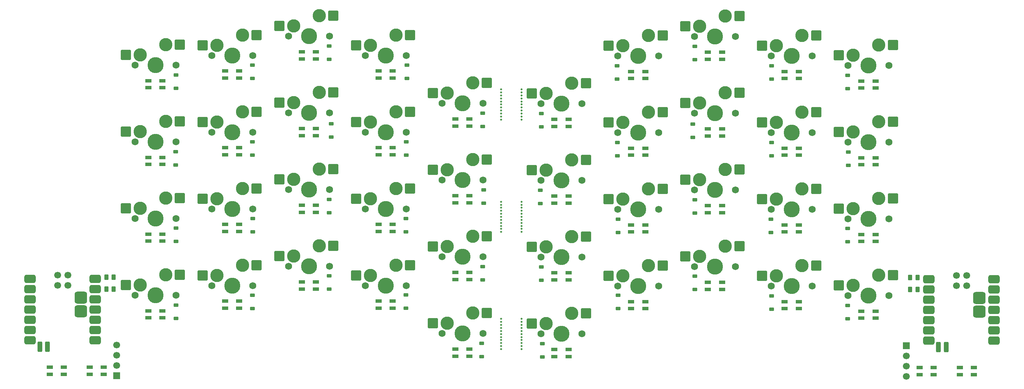
<source format=gbr>
%TF.GenerationSoftware,KiCad,Pcbnew,9.0.6*%
%TF.CreationDate,2025-12-27T17:50:34+00:00*%
%TF.ProjectId,Split Keyboard,53706c69-7420-44b6-9579-626f6172642e,rev?*%
%TF.SameCoordinates,Original*%
%TF.FileFunction,Soldermask,Bot*%
%TF.FilePolarity,Negative*%
%FSLAX46Y46*%
G04 Gerber Fmt 4.6, Leading zero omitted, Abs format (unit mm)*
G04 Created by KiCad (PCBNEW 9.0.6) date 2025-12-27 17:50:34*
%MOMM*%
%LPD*%
G01*
G04 APERTURE LIST*
G04 Aperture macros list*
%AMRoundRect*
0 Rectangle with rounded corners*
0 $1 Rounding radius*
0 $2 $3 $4 $5 $6 $7 $8 $9 X,Y pos of 4 corners*
0 Add a 4 corners polygon primitive as box body*
4,1,4,$2,$3,$4,$5,$6,$7,$8,$9,$2,$3,0*
0 Add four circle primitives for the rounded corners*
1,1,$1+$1,$2,$3*
1,1,$1+$1,$4,$5*
1,1,$1+$1,$6,$7*
1,1,$1+$1,$8,$9*
0 Add four rect primitives between the rounded corners*
20,1,$1+$1,$2,$3,$4,$5,0*
20,1,$1+$1,$4,$5,$6,$7,0*
20,1,$1+$1,$6,$7,$8,$9,0*
20,1,$1+$1,$8,$9,$2,$3,0*%
G04 Aperture macros list end*
%ADD10R,1.600000X0.850000*%
%ADD11R,1.700000X1.700000*%
%ADD12C,1.700000*%
%ADD13C,0.500000*%
%ADD14RoundRect,0.225000X0.375000X-0.225000X0.375000X0.225000X-0.375000X0.225000X-0.375000X-0.225000X0*%
%ADD15C,1.750000*%
%ADD16C,3.987800*%
%ADD17C,3.300000*%
%ADD18RoundRect,0.250000X1.025000X1.000000X-1.025000X1.000000X-1.025000X-1.000000X1.025000X-1.000000X0*%
%ADD19RoundRect,0.250000X0.262500X0.450000X-0.262500X0.450000X-0.262500X-0.450000X0.262500X-0.450000X0*%
%ADD20RoundRect,0.525400X0.900400X0.525400X-0.900400X0.525400X-0.900400X-0.525400X0.900400X-0.525400X0*%
%ADD21RoundRect,0.775400X-0.775400X-0.775400X0.775400X-0.775400X0.775400X0.775400X-0.775400X0.775400X0*%
%ADD22RoundRect,0.300400X-0.300400X1.000400X-0.300400X-1.000400X0.300400X-1.000400X0.300400X1.000400X0*%
G04 APERTURE END LIST*
D10*
%TO.C,D62*%
X253250000Y-121320800D03*
X253250000Y-123070800D03*
X256750000Y-123070800D03*
X256750000Y-121320800D03*
%TD*%
D11*
%TO.C,J2*%
X54000000Y-123370000D03*
D12*
X54000000Y-120830000D03*
X54000000Y-118290000D03*
X54000000Y-115750000D03*
%TD*%
D13*
%TO.C,BO2*%
X149425700Y-87626500D03*
X154425700Y-87626500D03*
X149425700Y-86876500D03*
X154425700Y-86876500D03*
X149425700Y-86126500D03*
X154425700Y-86126500D03*
X149425700Y-85376500D03*
X154425700Y-85376500D03*
X149425700Y-84626500D03*
X154425700Y-84626500D03*
X149425700Y-83876500D03*
X154425700Y-83876500D03*
X149425700Y-83126500D03*
X154425700Y-83126500D03*
X149425700Y-82376500D03*
X154425700Y-82376500D03*
X149425700Y-81626500D03*
X154425700Y-81626500D03*
X149425700Y-80876500D03*
X154425700Y-80876500D03*
X149425700Y-80126500D03*
X154425700Y-80126500D03*
%TD*%
%TO.C,BO3*%
X149425700Y-116726500D03*
X154425700Y-116726500D03*
X149425700Y-115976500D03*
X154425700Y-115976500D03*
X149425700Y-115226500D03*
X154425700Y-115226500D03*
X149425700Y-114476500D03*
X154425700Y-114476500D03*
X149425700Y-113726500D03*
X154425700Y-113726500D03*
X149425700Y-112976500D03*
X154425700Y-112976500D03*
X149425700Y-112226500D03*
X154425700Y-112226500D03*
X149425700Y-111476500D03*
X154425700Y-111476500D03*
X149425700Y-110726500D03*
X154425700Y-110726500D03*
X149425700Y-109976500D03*
X154425700Y-109976500D03*
X149425700Y-109226500D03*
X154425700Y-109226500D03*
%TD*%
%TO.C,BO1*%
X149425700Y-59726500D03*
X154425700Y-59726500D03*
X149425700Y-58976500D03*
X154425700Y-58976500D03*
X149425700Y-58226500D03*
X154425700Y-58226500D03*
X149425700Y-57476500D03*
X154425700Y-57476500D03*
X149425700Y-56726500D03*
X154425700Y-56726500D03*
X149425700Y-55976500D03*
X154425700Y-55976500D03*
X149425700Y-55226500D03*
X154425700Y-55226500D03*
X149425700Y-54476500D03*
X154425700Y-54476500D03*
X149425700Y-53726500D03*
X154425700Y-53726500D03*
X149425700Y-52976500D03*
X154425700Y-52976500D03*
X149425700Y-52226500D03*
X154425700Y-52226500D03*
%TD*%
D11*
%TO.C,J1*%
X250000000Y-115859800D03*
D12*
X250000000Y-118399800D03*
X250000000Y-120939800D03*
X250000000Y-123479800D03*
%TD*%
D14*
%TO.C,D28*%
X197452000Y-101888800D03*
X197452000Y-98588800D03*
%TD*%
D15*
%TO.C,SW26*%
X245648500Y-103413800D03*
D16*
X240568500Y-103413800D03*
D15*
X235488500Y-103413800D03*
D17*
X236758500Y-100873800D03*
D18*
X233208500Y-100873800D03*
X246658500Y-98333800D03*
D17*
X243108500Y-98333800D03*
%TD*%
D14*
%TO.C,D2*%
X68726400Y-51913250D03*
X68726400Y-48613250D03*
%TD*%
D15*
%TO.C,SW30*%
X169448500Y-112938800D03*
D16*
X164368500Y-112938800D03*
D15*
X159288500Y-112938800D03*
D17*
X160558500Y-110398800D03*
D18*
X157008500Y-110398800D03*
X170458500Y-107858800D03*
D17*
X166908500Y-107858800D03*
%TD*%
D10*
%TO.C,D53*%
X223268500Y-85870000D03*
X223268500Y-87620000D03*
X219768500Y-87620000D03*
X219768500Y-85870000D03*
%TD*%
%TO.C,D59*%
X204218500Y-100157500D03*
X204218500Y-101907500D03*
X200718500Y-101907500D03*
X200718500Y-100157500D03*
%TD*%
%TO.C,D65*%
X103432900Y-42911250D03*
X103432900Y-44661250D03*
X99932900Y-44661250D03*
X99932900Y-42911250D03*
%TD*%
%TO.C,D54*%
X204218500Y-81107500D03*
X204218500Y-82857500D03*
X200718500Y-82857500D03*
X200718500Y-81107500D03*
%TD*%
%TO.C,D79*%
X65332900Y-107205000D03*
X65332900Y-108955000D03*
X61832900Y-108955000D03*
X61832900Y-107205000D03*
%TD*%
%TO.C,D52*%
X242318500Y-88251300D03*
X242318500Y-90001300D03*
X238818500Y-90001300D03*
X238818500Y-88251300D03*
%TD*%
D19*
%TO.C,806K1*%
X252744000Y-101918800D03*
X250919000Y-101918800D03*
%TD*%
D15*
%TO.C,SW16*%
X68662900Y-65217500D03*
D16*
X63582900Y-65217500D03*
D15*
X58502900Y-65217500D03*
D17*
X59772900Y-62677500D03*
D18*
X56222900Y-62677500D03*
X69672900Y-60137500D03*
D17*
X66122900Y-60137500D03*
%TD*%
D15*
%TO.C,SW12*%
X226598500Y-62932500D03*
D16*
X221518500Y-62932500D03*
D15*
X216438500Y-62932500D03*
D17*
X217708500Y-60392500D03*
D18*
X214158500Y-60392500D03*
X227608500Y-57852500D03*
D17*
X224058500Y-57852500D03*
%TD*%
D19*
%TO.C,2M2*%
X53232400Y-98872500D03*
X51407400Y-98872500D03*
%TD*%
D14*
%TO.C,D10*%
X144799400Y-61438250D03*
X144799400Y-58138250D03*
%TD*%
%TO.C,D26*%
X235425000Y-109159500D03*
X235425000Y-105859500D03*
%TD*%
D15*
%TO.C,SW17*%
X87712900Y-62836250D03*
D16*
X82632900Y-62836250D03*
D15*
X77552900Y-62836250D03*
D17*
X78822900Y-60296250D03*
D18*
X75272900Y-60296250D03*
X88722900Y-57756250D03*
D17*
X85172900Y-57756250D03*
%TD*%
D14*
%TO.C,D15*%
X159098000Y-80584500D03*
X159098000Y-77284500D03*
%TD*%
D15*
%TO.C,SW3*%
X226598500Y-43882500D03*
D16*
X221518500Y-43882500D03*
D15*
X216438500Y-43882500D03*
D17*
X217708500Y-41342500D03*
D18*
X214158500Y-41342500D03*
X227608500Y-38802500D03*
D17*
X224058500Y-38802500D03*
%TD*%
D10*
%TO.C,D58*%
X223268500Y-104920000D03*
X223268500Y-106670000D03*
X219768500Y-106670000D03*
X219768500Y-104920000D03*
%TD*%
%TO.C,D81*%
X103432900Y-100061250D03*
X103432900Y-101811250D03*
X99932900Y-101811250D03*
X99932900Y-100061250D03*
%TD*%
D14*
%TO.C,D8*%
X126003400Y-49532000D03*
X126003400Y-46232000D03*
%TD*%
D15*
%TO.C,SW31*%
X68662900Y-84267500D03*
D16*
X63582900Y-84267500D03*
D15*
X58502900Y-84267500D03*
D17*
X59772900Y-81727500D03*
D18*
X56222900Y-81727500D03*
X69672900Y-79187500D03*
D17*
X66122900Y-79187500D03*
%TD*%
D10*
%TO.C,D74*%
X65332900Y-88155000D03*
X65332900Y-89905000D03*
X61832900Y-89905000D03*
X61832900Y-88155000D03*
%TD*%
D14*
%TO.C,D13*%
X196944000Y-64169800D03*
X196944000Y-60869800D03*
%TD*%
D10*
%TO.C,D78*%
X141532900Y-97680000D03*
X141532900Y-99430000D03*
X138032900Y-99430000D03*
X138032900Y-97680000D03*
%TD*%
D15*
%TO.C,SW33*%
X106762900Y-77123750D03*
D16*
X101682900Y-77123750D03*
D15*
X96602900Y-77123750D03*
D17*
X97872900Y-74583750D03*
D18*
X94322900Y-74583750D03*
X107772900Y-72043750D03*
D17*
X104222900Y-72043750D03*
%TD*%
D15*
%TO.C,SW11*%
X245648500Y-65313800D03*
D16*
X240568500Y-65313800D03*
D15*
X235488500Y-65313800D03*
D17*
X236758500Y-62773800D03*
D18*
X233208500Y-62773800D03*
X246658500Y-60233800D03*
D17*
X243108500Y-60233800D03*
%TD*%
D14*
%TO.C,D39*%
X125749400Y-106555000D03*
X125749400Y-103255000D03*
%TD*%
D15*
%TO.C,SW36*%
X68662900Y-103317500D03*
D16*
X63582900Y-103317500D03*
D15*
X58502900Y-103317500D03*
D17*
X59772900Y-100777500D03*
D18*
X56222900Y-100777500D03*
X69672900Y-98237500D03*
D17*
X66122900Y-98237500D03*
%TD*%
D15*
%TO.C,SW4*%
X87712900Y-43786250D03*
D16*
X82632900Y-43786250D03*
D15*
X77552900Y-43786250D03*
D17*
X78822900Y-41246250D03*
D18*
X75272900Y-41246250D03*
X88722900Y-38706250D03*
D17*
X85172900Y-38706250D03*
%TD*%
D10*
%TO.C,D80*%
X84382900Y-104823750D03*
X84382900Y-106573750D03*
X80882900Y-106573750D03*
X80882900Y-104823750D03*
%TD*%
%TO.C,D73*%
X141532900Y-78630000D03*
X141532900Y-80380000D03*
X138032900Y-80380000D03*
X138032900Y-78630000D03*
%TD*%
%TO.C,D44*%
X185168500Y-47770000D03*
X185168500Y-49520000D03*
X181668500Y-49520000D03*
X181668500Y-47770000D03*
%TD*%
D14*
%TO.C,D34*%
X125749400Y-87632000D03*
X125749400Y-84332000D03*
%TD*%
%TO.C,D23*%
X197452000Y-82964800D03*
X197452000Y-79664800D03*
%TD*%
%TO.C,D31*%
X68726400Y-89948750D03*
X68726400Y-86648750D03*
%TD*%
D15*
%TO.C,SW22*%
X226598500Y-81982500D03*
D16*
X221518500Y-81982500D03*
D15*
X216438500Y-81982500D03*
D17*
X217708500Y-79442500D03*
D18*
X214158500Y-79442500D03*
X227608500Y-76902500D03*
D17*
X224058500Y-76902500D03*
%TD*%
D14*
%TO.C,D3*%
X216502000Y-49628300D03*
X216502000Y-46328300D03*
%TD*%
%TO.C,D36*%
X68726400Y-109063250D03*
X68726400Y-105763250D03*
%TD*%
D15*
%TO.C,SW40*%
X144862900Y-112842500D03*
D16*
X139782900Y-112842500D03*
D15*
X134702900Y-112842500D03*
D17*
X135972900Y-110302500D03*
D18*
X132422900Y-110302500D03*
X145872900Y-107762500D03*
D17*
X142322900Y-107762500D03*
%TD*%
D14*
%TO.C,D19*%
X125876400Y-68582000D03*
X125876400Y-65282000D03*
%TD*%
D15*
%TO.C,SW25*%
X169448500Y-93888800D03*
D16*
X164368500Y-93888800D03*
D15*
X159288500Y-93888800D03*
D17*
X160558500Y-91348800D03*
D18*
X157008500Y-91348800D03*
X170458500Y-88808800D03*
D17*
X166908500Y-88808800D03*
%TD*%
D15*
%TO.C,SW1*%
X245648500Y-46263800D03*
D16*
X240568500Y-46263800D03*
D15*
X235488500Y-46263800D03*
D17*
X236758500Y-43723800D03*
D18*
X233208500Y-43723800D03*
X246658500Y-41183800D03*
D17*
X243108500Y-41183800D03*
%TD*%
D10*
%TO.C,D56*%
X166118500Y-97776300D03*
X166118500Y-99526300D03*
X162618500Y-99526300D03*
X162618500Y-97776300D03*
%TD*%
D14*
%TO.C,D25*%
X159352000Y-99634500D03*
X159352000Y-96334500D03*
%TD*%
D15*
%TO.C,SW27*%
X226598500Y-101032500D03*
D16*
X221518500Y-101032500D03*
D15*
X216438500Y-101032500D03*
D17*
X217708500Y-98492500D03*
D18*
X214158500Y-98492500D03*
X227608500Y-95952500D03*
D17*
X224058500Y-95952500D03*
%TD*%
D10*
%TO.C,D75*%
X84382900Y-85773750D03*
X84382900Y-87523750D03*
X80882900Y-87523750D03*
X80882900Y-85773750D03*
%TD*%
D14*
%TO.C,D17*%
X87649400Y-68582000D03*
X87649400Y-65282000D03*
%TD*%
D15*
%TO.C,SW38*%
X106762900Y-96173750D03*
D16*
X101682900Y-96173750D03*
D15*
X96602900Y-96173750D03*
D17*
X97872900Y-93633750D03*
D18*
X94322900Y-93633750D03*
X107772900Y-91093750D03*
D17*
X104222900Y-91093750D03*
%TD*%
D10*
%TO.C,D60*%
X185168500Y-104920000D03*
X185168500Y-106670000D03*
X181668500Y-106670000D03*
X181668500Y-104920000D03*
%TD*%
D15*
%TO.C,SW5*%
X207548500Y-39120000D03*
D16*
X202468500Y-39120000D03*
D15*
X197388500Y-39120000D03*
D17*
X198658500Y-36580000D03*
D18*
X195108500Y-36580000D03*
X208558500Y-34040000D03*
D17*
X205008500Y-34040000D03*
%TD*%
D20*
%TO.C,U1*%
X271716500Y-99375200D03*
X271716500Y-101915200D03*
X271716500Y-104455200D03*
X271716500Y-106995200D03*
X271716500Y-109535200D03*
X271716500Y-112075200D03*
X271716500Y-114615200D03*
X255551500Y-114615200D03*
X255551500Y-112075200D03*
X255551500Y-109535200D03*
X255551500Y-106995200D03*
X255551500Y-104455200D03*
X255551500Y-101915200D03*
X255551500Y-99375200D03*
D21*
X268106500Y-107395200D03*
X268106500Y-103995200D03*
D22*
X259851500Y-116232100D03*
X257946500Y-116232100D03*
D12*
X264931500Y-98426700D03*
X262391500Y-98426700D03*
X264931500Y-100966700D03*
X262391500Y-100966700D03*
%TD*%
D14*
%TO.C,D14*%
X178275000Y-68678300D03*
X178275000Y-65378300D03*
%TD*%
D10*
%TO.C,D57*%
X242318500Y-107301300D03*
X242318500Y-109051300D03*
X238818500Y-109051300D03*
X238818500Y-107301300D03*
%TD*%
D15*
%TO.C,SW21*%
X245648500Y-84363800D03*
D16*
X240568500Y-84363800D03*
D15*
X235488500Y-84363800D03*
D17*
X236758500Y-81823800D03*
D18*
X233208500Y-81823800D03*
X246658500Y-79283800D03*
D17*
X243108500Y-79283800D03*
%TD*%
D10*
%TO.C,D42*%
X223268500Y-47770000D03*
X223268500Y-49520000D03*
X219768500Y-49520000D03*
X219768500Y-47770000D03*
%TD*%
D15*
%TO.C,SW34*%
X125812900Y-81886250D03*
D16*
X120732900Y-81886250D03*
D15*
X115652900Y-81886250D03*
D17*
X116922900Y-79346250D03*
D18*
X113372900Y-79346250D03*
X126822900Y-76806250D03*
D17*
X123272900Y-76806250D03*
%TD*%
D10*
%TO.C,D70*%
X84382900Y-66723750D03*
X84382900Y-68473750D03*
X80882900Y-68473750D03*
X80882900Y-66723750D03*
%TD*%
D15*
%TO.C,SW13*%
X207548500Y-58170000D03*
D16*
X202468500Y-58170000D03*
D15*
X197388500Y-58170000D03*
D17*
X198658500Y-55630000D03*
D18*
X195108500Y-55630000D03*
X208558500Y-53090000D03*
D17*
X205008500Y-53090000D03*
%TD*%
D10*
%TO.C,D77*%
X122482900Y-85773750D03*
X122482900Y-87523750D03*
X118982900Y-87523750D03*
X118982900Y-85773750D03*
%TD*%
%TO.C,D46*%
X166118500Y-59676300D03*
X166118500Y-61426300D03*
X162618500Y-61426300D03*
X162618500Y-59676300D03*
%TD*%
D14*
%TO.C,D1*%
X235425000Y-52009500D03*
X235425000Y-48709500D03*
%TD*%
D19*
%TO.C,806K2*%
X53232400Y-101822500D03*
X51407400Y-101822500D03*
%TD*%
D14*
%TO.C,D6*%
X106699400Y-44769500D03*
X106699400Y-41469500D03*
%TD*%
D10*
%TO.C,D69*%
X65332900Y-69105000D03*
X65332900Y-70855000D03*
X61832900Y-70855000D03*
X61832900Y-69105000D03*
%TD*%
D15*
%TO.C,SW20*%
X144862900Y-74742500D03*
D16*
X139782900Y-74742500D03*
D15*
X134702900Y-74742500D03*
D17*
X135972900Y-72202500D03*
D18*
X132422900Y-72202500D03*
X145872900Y-69662500D03*
D17*
X142322900Y-69662500D03*
%TD*%
D15*
%TO.C,SW35*%
X144862900Y-93792500D03*
D16*
X139782900Y-93792500D03*
D15*
X134702900Y-93792500D03*
D17*
X135972900Y-91252500D03*
D18*
X132422900Y-91252500D03*
X145872900Y-88712500D03*
D17*
X142322900Y-88712500D03*
%TD*%
D10*
%TO.C,D83*%
X141532900Y-116730000D03*
X141532900Y-118480000D03*
X138032900Y-118480000D03*
X138032900Y-116730000D03*
%TD*%
%TO.C,D82*%
X122482900Y-104823750D03*
X122482900Y-106573750D03*
X118982900Y-106573750D03*
X118982900Y-104823750D03*
%TD*%
D15*
%TO.C,SW6*%
X106762900Y-39023750D03*
D16*
X101682900Y-39023750D03*
D15*
X96602900Y-39023750D03*
D17*
X97872900Y-36483750D03*
D18*
X94322900Y-36483750D03*
X107772900Y-33943750D03*
D17*
X104222900Y-33943750D03*
%TD*%
D14*
%TO.C,D7*%
X178148000Y-49628300D03*
X178148000Y-46328300D03*
%TD*%
%TO.C,D27*%
X216502000Y-106778300D03*
X216502000Y-103478300D03*
%TD*%
D10*
%TO.C,D63*%
X65332900Y-50055000D03*
X65332900Y-51805000D03*
X61832900Y-51805000D03*
X61832900Y-50055000D03*
%TD*%
D14*
%TO.C,D33*%
X106699400Y-82868500D03*
X106699400Y-79568500D03*
%TD*%
%TO.C,D37*%
X87649400Y-106682000D03*
X87649400Y-103382000D03*
%TD*%
%TO.C,D12*%
X216502000Y-68678300D03*
X216502000Y-65378300D03*
%TD*%
D10*
%TO.C,D41*%
X242318500Y-50151300D03*
X242318500Y-51901300D03*
X238818500Y-51901300D03*
X238818500Y-50151300D03*
%TD*%
D14*
%TO.C,D16*%
X68599400Y-70963250D03*
X68599400Y-67663250D03*
%TD*%
%TO.C,D24*%
X178402000Y-87728300D03*
X178402000Y-84428300D03*
%TD*%
D10*
%TO.C,D50*%
X185168500Y-66820000D03*
X185168500Y-68570000D03*
X181668500Y-68570000D03*
X181668500Y-66820000D03*
%TD*%
%TO.C,D43*%
X204218500Y-43007500D03*
X204218500Y-44757500D03*
X200718500Y-44757500D03*
X200718500Y-43007500D03*
%TD*%
%TO.C,D55*%
X185168500Y-85870000D03*
X185168500Y-87620000D03*
X181668500Y-87620000D03*
X181668500Y-85870000D03*
%TD*%
D15*
%TO.C,SW32*%
X87712900Y-81886250D03*
D16*
X82632900Y-81886250D03*
D15*
X77552900Y-81886250D03*
D17*
X78822900Y-79346250D03*
D18*
X75272900Y-79346250D03*
X88722900Y-76806250D03*
D17*
X85172900Y-76806250D03*
%TD*%
D15*
%TO.C,SW7*%
X188498500Y-43882500D03*
D16*
X183418500Y-43882500D03*
D15*
X178338500Y-43882500D03*
D17*
X179608500Y-41342500D03*
D18*
X176058500Y-41342500D03*
X189508500Y-38802500D03*
D17*
X185958500Y-38802500D03*
%TD*%
D15*
%TO.C,SW37*%
X87712900Y-100936250D03*
D16*
X82632900Y-100936250D03*
D15*
X77552900Y-100936250D03*
D17*
X78822900Y-98396250D03*
D18*
X75272900Y-98396250D03*
X88722900Y-95856250D03*
D17*
X85172900Y-95856250D03*
%TD*%
D14*
%TO.C,D11*%
X235552000Y-71059500D03*
X235552000Y-67759500D03*
%TD*%
D10*
%TO.C,D61*%
X166118500Y-116826300D03*
X166118500Y-118576300D03*
X162618500Y-118576300D03*
X162618500Y-116826300D03*
%TD*%
%TO.C,D72*%
X122482900Y-66723750D03*
X122482900Y-68473750D03*
X118982900Y-68473750D03*
X118982900Y-66723750D03*
%TD*%
%TO.C,D64*%
X84382900Y-47673750D03*
X84382900Y-49423750D03*
X80882900Y-49423750D03*
X80882900Y-47673750D03*
%TD*%
D14*
%TO.C,D35*%
X144799400Y-99538250D03*
X144799400Y-96238250D03*
%TD*%
%TO.C,D29*%
X178402000Y-106651300D03*
X178402000Y-103351300D03*
%TD*%
D10*
%TO.C,D51*%
X166118500Y-78726300D03*
X166118500Y-80476300D03*
X162618500Y-80476300D03*
X162618500Y-78726300D03*
%TD*%
%TO.C,D47*%
X242318500Y-69201300D03*
X242318500Y-70951300D03*
X238818500Y-70951300D03*
X238818500Y-69201300D03*
%TD*%
D19*
%TO.C,2M1*%
X252744000Y-98968800D03*
X250919000Y-98968800D03*
%TD*%
D10*
%TO.C,D68*%
X141532900Y-59580000D03*
X141532900Y-61330000D03*
X138032900Y-61330000D03*
X138032900Y-59580000D03*
%TD*%
D15*
%TO.C,SW8*%
X125812900Y-43786250D03*
D16*
X120732900Y-43786250D03*
D15*
X115652900Y-43786250D03*
D17*
X116922900Y-41246250D03*
D18*
X113372900Y-41246250D03*
X126822900Y-38706250D03*
D17*
X123272900Y-38706250D03*
%TD*%
D10*
%TO.C,D90*%
X40885400Y-121224500D03*
X40885400Y-122974500D03*
X37385400Y-122974500D03*
X37385400Y-121224500D03*
%TD*%
D14*
%TO.C,D9*%
X159352000Y-61534500D03*
X159352000Y-58234500D03*
%TD*%
D10*
%TO.C,D76*%
X103432900Y-81011250D03*
X103432900Y-82761250D03*
X99932900Y-82761250D03*
X99932900Y-81011250D03*
%TD*%
D15*
%TO.C,SW24*%
X188498500Y-81982500D03*
D16*
X183418500Y-81982500D03*
D15*
X178338500Y-81982500D03*
D17*
X179608500Y-79442500D03*
D18*
X176058500Y-79442500D03*
X189508500Y-76902500D03*
D17*
X185958500Y-76902500D03*
%TD*%
D14*
%TO.C,D40*%
X144545400Y-118588250D03*
X144545400Y-115288250D03*
%TD*%
D15*
%TO.C,SW39*%
X125812900Y-100936250D03*
D16*
X120732900Y-100936250D03*
D15*
X115652900Y-100936250D03*
D17*
X116922900Y-98396250D03*
D18*
X113372900Y-98396250D03*
X126822900Y-95856250D03*
D17*
X123272900Y-95856250D03*
%TD*%
D10*
%TO.C,D66*%
X122482900Y-47673750D03*
X122482900Y-49423750D03*
X118982900Y-49423750D03*
X118982900Y-47673750D03*
%TD*%
D14*
%TO.C,D18*%
X107207400Y-64073500D03*
X107207400Y-60773500D03*
%TD*%
D15*
%TO.C,SW9*%
X169448500Y-55788800D03*
D16*
X164368500Y-55788800D03*
D15*
X159288500Y-55788800D03*
D17*
X160558500Y-53248800D03*
D18*
X157008500Y-53248800D03*
X170458500Y-50708800D03*
D17*
X166908500Y-50708800D03*
%TD*%
D15*
%TO.C,SW29*%
X188498500Y-101032500D03*
D16*
X183418500Y-101032500D03*
D15*
X178338500Y-101032500D03*
D17*
X179608500Y-98492500D03*
D18*
X176058500Y-98492500D03*
X189508500Y-95952500D03*
D17*
X185958500Y-95952500D03*
%TD*%
D20*
%TO.C,U2*%
X48654900Y-99278900D03*
X48654900Y-101818900D03*
X48654900Y-104358900D03*
X48654900Y-106898900D03*
X48654900Y-109438900D03*
X48654900Y-111978900D03*
X48654900Y-114518900D03*
X32489900Y-114518900D03*
X32489900Y-111978900D03*
X32489900Y-109438900D03*
X32489900Y-106898900D03*
X32489900Y-104358900D03*
X32489900Y-101818900D03*
X32489900Y-99278900D03*
D21*
X45044900Y-107298900D03*
X45044900Y-103898900D03*
D22*
X36789900Y-116135800D03*
X34884900Y-116135800D03*
D12*
X41869900Y-98330400D03*
X39329900Y-98330400D03*
X41869900Y-100870400D03*
X39329900Y-100870400D03*
%TD*%
D14*
%TO.C,D38*%
X106699400Y-101792500D03*
X106699400Y-98492500D03*
%TD*%
%TO.C,D20*%
X145053400Y-80488250D03*
X145053400Y-77188250D03*
%TD*%
D10*
%TO.C,D84*%
X50750000Y-121224500D03*
X50750000Y-122974500D03*
X47250000Y-122974500D03*
X47250000Y-121224500D03*
%TD*%
D15*
%TO.C,SW23*%
X207548500Y-77220000D03*
D16*
X202468500Y-77220000D03*
D15*
X197388500Y-77220000D03*
D17*
X198658500Y-74680000D03*
D18*
X195108500Y-74680000D03*
X208558500Y-72140000D03*
D17*
X205008500Y-72140000D03*
%TD*%
D10*
%TO.C,D45*%
X266766000Y-121320800D03*
X266766000Y-123070800D03*
X263266000Y-123070800D03*
X263266000Y-121320800D03*
%TD*%
%TO.C,D49*%
X204218500Y-62057500D03*
X204218500Y-63807500D03*
X200718500Y-63807500D03*
X200718500Y-62057500D03*
%TD*%
D14*
%TO.C,D22*%
X216375000Y-87728300D03*
X216375000Y-84428300D03*
%TD*%
D10*
%TO.C,D71*%
X103432900Y-61961250D03*
X103432900Y-63711250D03*
X99932900Y-63711250D03*
X99932900Y-61961250D03*
%TD*%
D15*
%TO.C,SW19*%
X125812900Y-62836250D03*
D16*
X120732900Y-62836250D03*
D15*
X115652900Y-62836250D03*
D17*
X116922900Y-60296250D03*
D18*
X113372900Y-60296250D03*
X126822900Y-57756250D03*
D17*
X123272900Y-57756250D03*
%TD*%
D15*
%TO.C,SW10*%
X144862900Y-55692500D03*
D16*
X139782900Y-55692500D03*
D15*
X134702900Y-55692500D03*
D17*
X135972900Y-53152500D03*
D18*
X132422900Y-53152500D03*
X145872900Y-50612500D03*
D17*
X142322900Y-50612500D03*
%TD*%
D14*
%TO.C,D21*%
X235425000Y-90045000D03*
X235425000Y-86745000D03*
%TD*%
%TO.C,D32*%
X87776400Y-87632000D03*
X87776400Y-84332000D03*
%TD*%
D15*
%TO.C,SW18*%
X106762900Y-58073750D03*
D16*
X101682900Y-58073750D03*
D15*
X96602900Y-58073750D03*
D17*
X97872900Y-55533750D03*
D18*
X94322900Y-55533750D03*
X107772900Y-52993750D03*
D17*
X104222900Y-52993750D03*
%TD*%
D15*
%TO.C,SW14*%
X188498500Y-62932500D03*
D16*
X183418500Y-62932500D03*
D15*
X178338500Y-62932500D03*
D17*
X179608500Y-60392500D03*
D18*
X176058500Y-60392500D03*
X189508500Y-57852500D03*
D17*
X185958500Y-57852500D03*
%TD*%
D15*
%TO.C,SW28*%
X207548500Y-96270000D03*
D16*
X202468500Y-96270000D03*
D15*
X197388500Y-96270000D03*
D17*
X198658500Y-93730000D03*
D18*
X195108500Y-93730000D03*
X208558500Y-91190000D03*
D17*
X205008500Y-91190000D03*
%TD*%
D14*
%TO.C,D5*%
X197452000Y-44865800D03*
X197452000Y-41565800D03*
%TD*%
D15*
%TO.C,SW15*%
X169448500Y-74838800D03*
D16*
X164368500Y-74838800D03*
D15*
X159288500Y-74838800D03*
D17*
X160558500Y-72298800D03*
D18*
X157008500Y-72298800D03*
X170458500Y-69758800D03*
D17*
X166908500Y-69758800D03*
%TD*%
D14*
%TO.C,D4*%
X87649400Y-49532000D03*
X87649400Y-46232000D03*
%TD*%
D15*
%TO.C,SW2*%
X68662900Y-46167500D03*
D16*
X63582900Y-46167500D03*
D15*
X58502900Y-46167500D03*
D17*
X59772900Y-43627500D03*
D18*
X56222900Y-43627500D03*
X69672900Y-41087500D03*
D17*
X66122900Y-41087500D03*
%TD*%
D10*
%TO.C,D48*%
X223268500Y-66820000D03*
X223268500Y-68570000D03*
X219768500Y-68570000D03*
X219768500Y-66820000D03*
%TD*%
D14*
%TO.C,D30*%
X159606000Y-118684500D03*
X159606000Y-115384500D03*
%TD*%
M02*

</source>
